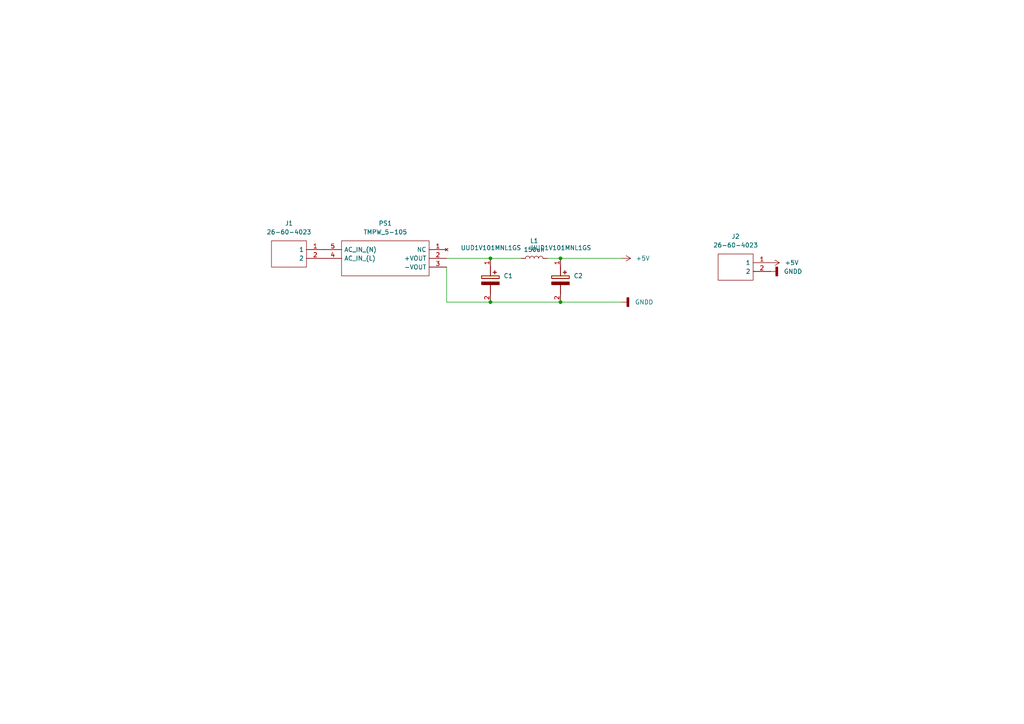
<source format=kicad_sch>
(kicad_sch (version 20231120) (generator "eeschema") (generator_version "8.0")
  (paper "A4")
  (lib_symbols
    (symbol "Device:L" (pin_numbers hide) (pin_names (offset 1.016) hide)
      (property "Reference" "L" (at -1.27 0 90))
      (property "Value" "L" (at 1.905 0 90))
      (symbol "L_0_1"
        (arc (start 0 -2.54) (mid 0.6323 -1.905) (end 0 -1.27))
        (arc (start 0 -1.27) (mid 0.6323 -0.635) (end 0 0))
        (arc (start 0 0) (mid 0.6323 0.635) (end 0 1.27))
        (arc (start 0 1.27) (mid 0.6323 1.905) (end 0 2.54))
      )
      (symbol "L_1_1"
        (pin passive line (at 0 3.81 270) (length 1.27) (name "1") (number "1"))
        (pin passive line (at 0 -3.81 90) (length 1.27) (name "2") (number "2"))
      )
    )
    (symbol "Samacsys:26-60-4023" (pin_names (offset 0.762))
      (property "Reference" "J" (at 16.51 7.62 0))
      (property "Value" "26-60-4023" (at 16.51 5.08 0))
      (symbol "26-60-4023_0_0"
        (pin passive line (at 0 -2.54 0) (length 5.08) (name "1") (number "1"))
        (pin passive line (at 0 0 0) (length 5.08) (name "2") (number "2"))
      )
      (symbol "26-60-4023_0_1"
        (polyline (pts (xy 5.08 2.54) (xy 15.24 2.54) (xy 15.24 -5.08) (xy 5.08 -5.08) (xy 5.08 2.54)) (stroke (width 0.1524)))
      )
    )
    (symbol "Samacsys:TMPW_5-105" (pin_names (offset 0.762))
      (property "Reference" "PS" (at 31.75 7.62 0))
      (property "Value" "TMPW_5-105" (at 31.75 5.08 0))
      (symbol "TMPW_5-105_0_0"
        (pin no_connect line (at 35.56 0 180) (length 5.08) (name "NC") (number "1"))
        (pin passive line (at 35.56 -2.54 180) (length 5.08) (name "+VOUT") (number "2"))
        (pin passive line (at 35.56 -5.08 180) (length 5.08) (name "-VOUT") (number "3"))
        (pin passive line (at 0 -2.54 0) (length 5.08) (name "AC_IN_(L)") (number "4"))
        (pin passive line (at 0 0 0) (length 5.08) (name "AC_IN_(N)") (number "5"))
      )
      (symbol "TMPW_5-105_0_1"
        (polyline (pts (xy 5.08 2.54) (xy 30.48 2.54) (xy 30.48 -7.62) (xy 5.08 -7.62) (xy 5.08 2.54)) (stroke (width 0.1524)))
      )
    )
    (symbol "Samacsys_kicad_sym:UUD1V101MNL1GS" (pin_names hide)
      (property "Reference" "C" (at 8.89 6.35 0))
      (property "Value" "UUD1V101MNL1GS" (at 8.89 3.81 0))
      (symbol "UUD1V101MNL1GS_1_1"
        (polyline (pts (xy 2.54 0) (xy 5.08 0)) (stroke (width 0.254)))
        (polyline (pts (xy 4.064 1.778) (xy 4.064 0.762)) (stroke (width 0.254)))
        (polyline (pts (xy 4.572 1.27) (xy 3.556 1.27)) (stroke (width 0.254)))
        (polyline (pts (xy 7.62 0) (xy 10.16 0)) (stroke (width 0.254)))
        (polyline (pts (xy 7.62 2.54) (xy 7.62 -2.54) (xy 6.858 -2.54) (xy 6.858 2.54) (xy 7.62 2.54)) (stroke (width 0.254)) (fill (type outline)))
        (rectangle (start 5.08 2.54) (end 5.842 -2.54) (stroke (width 0.254)) (fill (type background)))
        (pin passive line (at 0 0 0) (length 2.54) (name "+") (number "1"))
        (pin passive line (at 12.7 0 180) (length 2.54) (name "-") (number "2"))
      )
    )
    (symbol "power:+5V" (power) (pin_numbers hide) (pin_names (offset 0) hide)
      (property "Value" "+5V" (at 0 3.556 0))
      (symbol "+5V_0_1"
        (polyline (pts (xy -0.762 1.27) (xy 0 2.54)))
        (polyline (pts (xy 0 0) (xy 0 2.54)))
        (polyline (pts (xy 0 2.54) (xy 0.762 1.27)))
      )
      (symbol "+5V_1_1"
        (pin power_in line (at 0 0 90) (length 0) (name "~") (number "1"))
      )
    )
    (symbol "power:GNDD" (power) (pin_numbers hide) (pin_names (offset 0) hide)
      (property "Value" "GNDD" (at 0 -3.175 0))
      (symbol "GNDD_0_1"
        (rectangle (start -1.27 -1.524) (end 1.27 -2.032) (stroke (width 0.254)) (fill (type outline)))
        (polyline (pts (xy 0 0) (xy 0 -1.524)))
      )
      (symbol "GNDD_1_1"
        (pin power_in line (at 0 0 270) (length 0) (name "~") (number "1"))
      )
    )
  )
  (junction (at 142.24 87.63))
  (junction (at 162.56 87.63))
  (junction (at 142.24 74.93))
  (junction (at 162.56 74.93))
  (wire (pts (xy 162.56 74.93) (xy 180.34 74.93)))
  (wire (pts (xy 142.24 74.93) (xy 151.13 74.93)))
  (wire (pts (xy 158.75 74.93) (xy 162.56 74.93)))
  (wire (pts (xy 129.54 74.93) (xy 142.24 74.93)))
  (wire (pts (xy 162.56 87.63) (xy 180.34 87.63)))
  (wire (pts (xy 129.54 87.63) (xy 142.24 87.63)))
  (wire (pts (xy 142.24 87.63) (xy 162.56 87.63)))
  (wire (pts (xy 129.54 77.47) (xy 129.54 87.63)))
  (symbol (lib_id "power:+5V") (at 180.34 74.93 270) (unit 1)
    (property "Reference" "#PWR01" (effects (hide yes)))
    (property "Value" "+5V" (at 184.404 74.93 90) (effects (justify left)))
    (property "Description" "Power symbol creates a global label with name \"+5V\"" (effects (hide yes)))
  )
  (symbol (lib_id "power:GNDD") (at 223.52 78.74 90) (unit 1)
    (property "Reference" "#PWR04" (effects (hide yes)))
    (property "Value" "GNDD" (at 227.33 78.7399 90) (effects (justify right)))
    (property "Description" "Power symbol creates a global label with name \"GNDD\" , digital ground" (effects (hide yes)))
  )
  (symbol (lib_id "Samacsys_kicad_sym:UUD1V101MNL1GS") (at 162.56 74.93 270) (unit 1)
    (property "Reference" "C2" (at 166.37 80.0099 90) (effects (justify left)))
    (property "Value" "UUD1V101MNL1GS" (at 153.924 71.882 90) (effects (justify left)))
    (property "Footprint" "Samacsys:CAPAE830X1050N" (effects (hide yes)))
    (property "Datasheet" "https://componentsearchengine.com/Datasheets/2/UUD1V101MNL1GS.pdf" (effects (hide yes)))
    (property "Description" "Aluminum Electrolytic Capacitors - SMD 35volts 100uF AEC-Q200" (effects (hide yes)))
    (property "Height" "10.5" (effects (hide yes)))
    (property "Mouser Part Number" "647-UUD1V101MNL" (effects (hide yes)))
    (property "Mouser Price/Stock" "https://www.mouser.co.uk/ProductDetail/Nichicon/UUD1V101MNL1GS?qs=%252B6g0mu59x7KZQkJ836ja4w%3D%3D" (effects (hide yes)))
    (property "Manufacturer_Name" "Nichicon" (effects (hide yes)))
    (property "Manufacturer_Part_Number" "UUD1V101MNL1GS" (effects (hide yes)))
  )
  (symbol (lib_id "Samacsys_kicad_sym:UUD1V101MNL1GS") (at 142.24 74.93 270) (unit 1)
    (property "Reference" "C1" (at 146.05 80.0099 90) (effects (justify left)))
    (property "Value" "UUD1V101MNL1GS" (at 133.604 71.882 90) (effects (justify left)))
    (property "Footprint" "Samacsys:CAPAE830X1050N" (effects (hide yes)))
    (property "Datasheet" "https://componentsearchengine.com/Datasheets/2/UUD1V101MNL1GS.pdf" (effects (hide yes)))
    (property "Description" "Aluminum Electrolytic Capacitors - SMD 35volts 100uF AEC-Q200" (effects (hide yes)))
    (property "Height" "10.5" (effects (hide yes)))
    (property "Mouser Part Number" "647-UUD1V101MNL" (effects (hide yes)))
    (property "Mouser Price/Stock" "https://www.mouser.co.uk/ProductDetail/Nichicon/UUD1V101MNL1GS?qs=%252B6g0mu59x7KZQkJ836ja4w%3D%3D" (effects (hide yes)))
    (property "Manufacturer_Name" "Nichicon" (effects (hide yes)))
    (property "Manufacturer_Part_Number" "UUD1V101MNL1GS" (effects (hide yes)))
  )
  (symbol (lib_id "Samacsys:26-60-4023") (at 93.98 74.93 180) (unit 1)
    (property "Reference" "J1" (at 83.82 64.77 0))
    (property "Value" "26-60-4023" (at 83.82 67.31 0))
    (property "Footprint" "Samacsys:26604023" (effects (hide yes)))
    (property "Datasheet" "https://componentsearchengine.com/Datasheets/1/26-60-4023.pdf" (effects (hide yes)))
    (property "Description" "Headers & Wire Housings KK 156 Hdr Assy FrLk Assy FrLk 02 Ckt Tin" (effects (hide yes)))
    (property "Description_1" "Headers & Wire Housings KK 156 Hdr Assy FrLk Assy FrLk 02 Ckt Tin" (effects (hide yes)))
    (property "Height" "15.36" (effects (hide yes)))
    (property "Mouser Part Number" "538-26-60-4023" (effects (hide yes)))
    (property "Mouser Price/Stock" "https://www.mouser.com/Search/Refine.aspx?Keyword=538-26-60-4023" (effects (hide yes)))
    (property "Manufacturer_Name" "Molex" (effects (hide yes)))
    (property "Manufacturer_Part_Number" "26-60-4023" (effects (hide yes)))
  )
  (symbol (lib_id "Device:L") (at 154.94 74.93 90) (unit 1)
    (property "Reference" "L1" (at 154.94 69.85 90))
    (property "Value" "150uh" (at 154.94 72.39 90))
    (property "Footprint" "Inductor_SMD:L_Bourns_SRR1260" (effects (hide yes)))
    (property "Description" "Inductor" (effects (hide yes)))
  )
  (symbol (lib_id "Samacsys:TMPW_5-105") (at 93.98 72.39 0) (unit 1)
    (property "Reference" "PS1" (at 111.76 64.77 0))
    (property "Value" "TMPW_5-105" (at 111.76 67.31 0))
    (property "Footprint" "Samacsys:TMPW5112" (effects (hide yes)))
    (property "Datasheet" "https://tracopower.com/tmpw5-datasheet/" (effects (hide yes)))
    (property "Description" "5 Watt AC/DC modules, industrial/household, 90-305 VAC input, 4000 VAC isolation, encapsulated, PCB mount, 1.46\" x 1.08\"" (effects (hide yes)))
    (property "Description_1" "5 Watt AC/DC modules, industrial/household, 90-305 VAC input, 4000 VAC isolation, encapsulated, PCB mount, 1.46\" x 1.08\"" (effects (hide yes)))
    (property "Height" "18" (effects (hide yes)))
    (property "Mouser Part Number" "495-TMPW5-105" (effects (hide yes)))
    (property "Mouser Price/Stock" "https://www.mouser.co.uk/ProductDetail/TRACO-Power/TMPW-5-105?qs=W%2FMpXkg%252BdQ72pS3cRTQBnA%3D%3D" (effects (hide yes)))
    (property "Manufacturer_Name" "Traco Power" (effects (hide yes)))
    (property "Manufacturer_Part_Number" "TMPW 5-105" (effects (hide yes)))
  )
  (symbol (lib_id "power:+5V") (at 223.52 76.2 270) (unit 1)
    (property "Reference" "#PWR03" (effects (hide yes)))
    (property "Value" "+5V" (at 227.584 76.2 90) (effects (justify left)))
    (property "Description" "Power symbol creates a global label with name \"+5V\"" (effects (hide yes)))
  )
  (symbol (lib_id "Samacsys:26-60-4023") (at 223.52 78.74 180) (unit 1)
    (property "Reference" "J2" (at 213.36 68.58 0))
    (property "Value" "26-60-4023" (at 213.36 71.12 0))
    (property "Footprint" "Samacsys:26604023" (effects (hide yes)))
    (property "Datasheet" "https://componentsearchengine.com/Datasheets/1/26-60-4023.pdf" (effects (hide yes)))
    (property "Description" "Headers & Wire Housings KK 156 Hdr Assy FrLk Assy FrLk 02 Ckt Tin" (effects (hide yes)))
    (property "Description_1" "Headers & Wire Housings KK 156 Hdr Assy FrLk Assy FrLk 02 Ckt Tin" (effects (hide yes)))
    (property "Height" "15.36" (effects (hide yes)))
    (property "Mouser Part Number" "538-26-60-4023" (effects (hide yes)))
    (property "Mouser Price/Stock" "https://www.mouser.com/Search/Refine.aspx?Keyword=538-26-60-4023" (effects (hide yes)))
    (property "Manufacturer_Name" "Molex" (effects (hide yes)))
    (property "Manufacturer_Part_Number" "26-60-4023" (effects (hide yes)))
  )
  (symbol (lib_id "power:GNDD") (at 180.34 87.63 90) (unit 1)
    (property "Reference" "#PWR02" (effects (hide yes)))
    (property "Value" "GNDD" (at 184.15 87.6299 90) (effects (justify right)))
    (property "Description" "Power symbol creates a global label with name \"GNDD\" , digital ground" (effects (hide yes)))
  )
)
</source>
